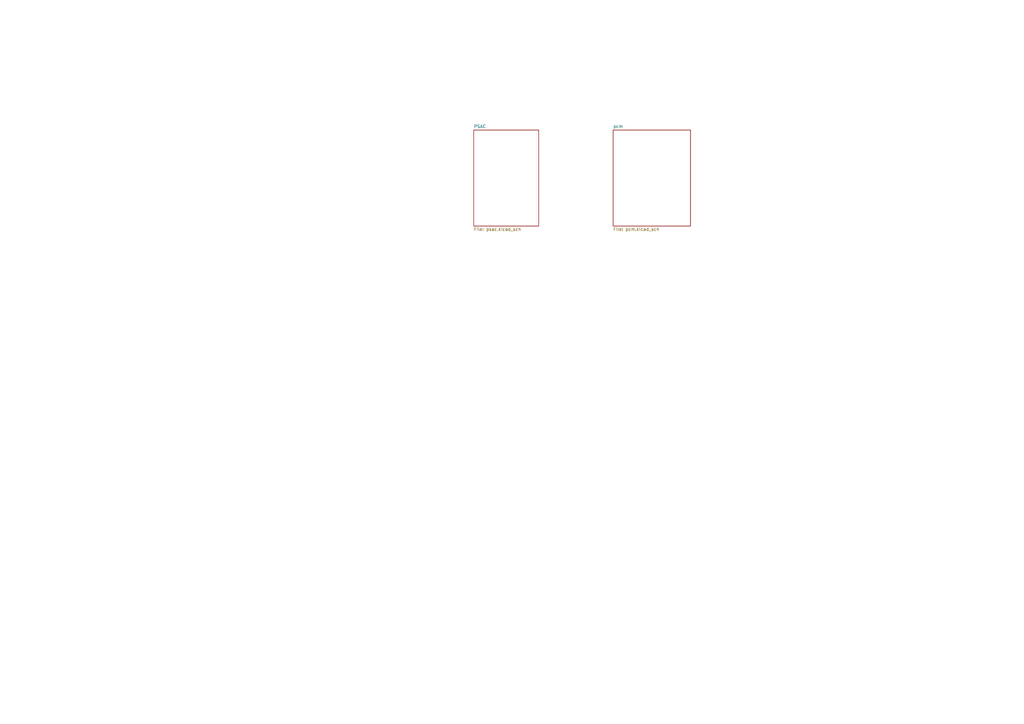
<source format=kicad_sch>
(kicad_sch
	(version 20231120)
	(generator "eeschema")
	(generator_version "8.0")
	(uuid "f107f3c9-7303-4384-a4ef-8be2535c58e8")
	(paper "A3")
	(title_block
		(company "JOTEGO")
	)
	(lib_symbols)
	(sheet
		(at 251.46 53.34)
		(size 31.75 39.37)
		(fields_autoplaced yes)
		(stroke
			(width 0.1524)
			(type solid)
		)
		(fill
			(color 0 0 0 0.0000)
		)
		(uuid "4e92e68d-fa4c-4ee8-ac46-467bbbc68d01")
		(property "Sheetname" "pcm"
			(at 251.46 52.6284 0)
			(effects
				(font
					(size 1.27 1.27)
				)
				(justify left bottom)
			)
		)
		(property "Sheetfile" "pcm.kicad_sch"
			(at 251.46 93.2946 0)
			(effects
				(font
					(size 1.27 1.27)
				)
				(justify left top)
			)
		)
		(instances
			(project "rungun"
				(path "/f107f3c9-7303-4384-a4ef-8be2535c58e8"
					(page "3")
				)
			)
		)
	)
	(sheet
		(at 194.31 53.34)
		(size 26.67 39.37)
		(fields_autoplaced yes)
		(stroke
			(width 0.1524)
			(type solid)
		)
		(fill
			(color 0 0 0 0.0000)
		)
		(uuid "91663516-334e-489b-b770-af051a9d6c22")
		(property "Sheetname" "PSAC"
			(at 194.31 52.6284 0)
			(effects
				(font
					(size 1.27 1.27)
				)
				(justify left bottom)
			)
		)
		(property "Sheetfile" "psac.kicad_sch"
			(at 194.31 93.2946 0)
			(effects
				(font
					(size 1.27 1.27)
				)
				(justify left top)
			)
		)
		(instances
			(project "rungun"
				(path "/f107f3c9-7303-4384-a4ef-8be2535c58e8"
					(page "2")
				)
			)
		)
	)
	(sheet_instances
		(path "/"
			(page "1")
		)
	)
)

</source>
